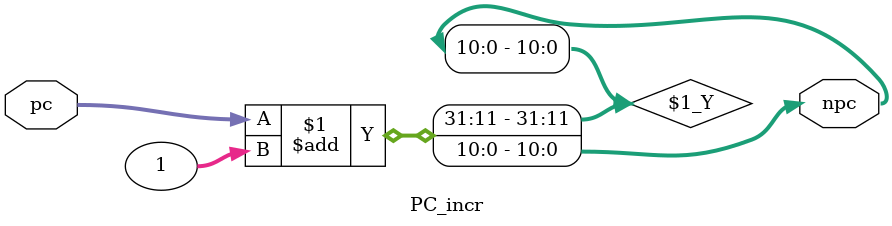
<source format=v>
`timescale 1ns / 1ps
module PC_incr(
    input [10:0]pc,
    output [10:0]npc
    );
	assign npc = pc + 1;

endmodule

</source>
